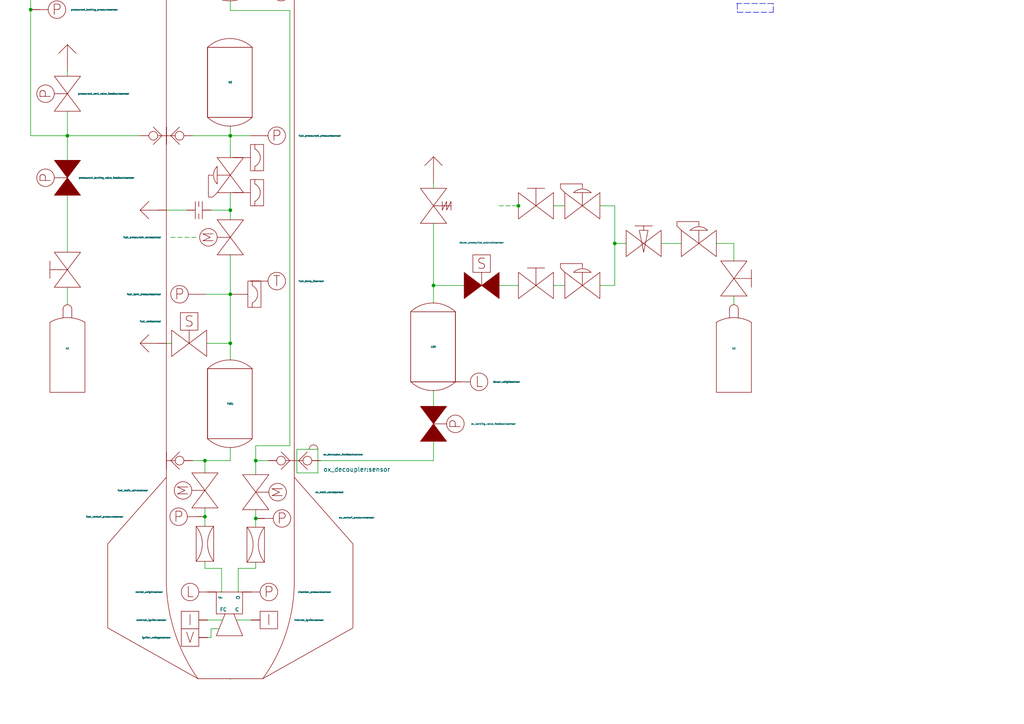
<source format=kicad_sch>
(kicad_sch (version 20231120) (generator "eeschema") (generator_version "8.0")
  (paper "A4")
  (lib_symbols
    (symbol "Label_1" (pin_names (offset 1.016))
      (property "Value" "Voltages" (at 0 0 0))
      (symbol "Label_1_0_0"
        (rectangle (start -12.319 3.556) (end 12.192 -3.556))
      )
    )
    (symbol "PnID-Lib:BurstDisc" (pin_numbers hide) (pin_names (offset 1.016))
      (property "Reference" "BurstDisc" (at 3.81 0.508 0))
      (symbol "BurstDisc_0_0"
        (rectangle (start -2.54 3.81) (end 1.27 -3.81))
        (arc (start -1.27 -2.54) (mid 0.2998 0) (end -1.27 2.54))
        (polyline (pts (xy -5.08 0) (xy -2.54 0)))
        (polyline (pts (xy -1.27 -3.81) (xy -1.27 -2.54)))
        (polyline (pts (xy -1.27 3.81) (xy -1.27 2.54)))
      )
      (symbol "BurstDisc_1_1"
        (pin bidirectional line (at -7.62 0 0) (length 2.54) (name "~") (number "~"))
      )
    )
    (symbol "PnID-Lib:Camera" (pin_names (offset 1.016))
      (property "Value" "Camera" (at 0 3.81 0))
      (symbol "Camera_0_1"
        (polyline (pts (xy 4.064 1.524) (xy 2.286 1.016)))
        (rectangle (start 2.286 2.286) (end -2.286 -2.286))
        (arc (start 4.064 -1.524) (mid 4.5823 0) (end 4.064 1.524))
      )
      (symbol "Camera_1_1"
        (polyline (pts (xy 2.286 -1.016) (xy 4.064 -1.524)))
      )
    )
    (symbol "PnID-Lib:CheckValve" (pin_numbers hide) (pin_names (offset 1.016))
      (property "Reference" "CheckValve" (at 0 -3.302 0))
      (symbol "CheckValve_0_0"
        (polyline (pts (xy 2.54 2.54) (xy 2.54 -2.54)))
        (polyline (pts (xy -2.54 2.54) (xy -2.54 -2.54) (xy 2.54 0) (xy -2.54 2.54)))
      )
      (symbol "CheckValve_1_1"
        (pin bidirectional line (at -2.54 0 0) (length 0) (name "~") (number "~"))
        (pin bidirectional line (at 2.54 0 180) (length 0) (name "~") (number "~"))
      )
    )
    (symbol "PnID-Lib:Engine" (pin_numbers hide) (pin_names (offset 1.016))
      (property "Reference" "Engine" (at 0 -11.43 0))
      (symbol "Engine_0_0"
        (rectangle (start -3.81 2.54) (end 3.81 -3.81))
        (polyline (pts (xy -1.27 -3.81) (xy -3.81 -10.16) (xy 3.81 -10.16) (xy 1.27 -3.81)))
      )
      (symbol "Engine_1_1"
        (pin bidirectional line (at 3.81 -2.54 180) (length 0) (name "C") (number "~"))
        (pin input line (at -2.54 2.54 270) (length 0) (name "F") (number "~"))
        (pin input line (at -3.81 -2.54 0) (length 0) (name "FC") (number "~"))
        (pin input line (at 2.54 2.54 270) (length 0) (name "O") (number "~"))
      )
    )
    (symbol "PnID-Lib:Flowchart_State" (pin_names (offset 1.016))
      (property "Value" "Flowchart_State" (at 0 0 0))
      (symbol "Flowchart_State_0_1"
        (rectangle (start -5.08 2.54) (end 5.08 -2.54))
      )
    )
    (symbol "PnID-Lib:GasBottle" (pin_numbers hide) (pin_names (offset 1.016))
      (property "Reference" "GasBottle" (at 0 -1.016 0))
      (symbol "GasBottle_0_0"
        (polyline (pts (xy -1.27 8.89) (xy -1.27 11.43)))
        (polyline (pts (xy 1.27 8.89) (xy 1.27 11.43)))
        (polyline (pts (xy -5.08 7.62) (xy -5.08 -12.7) (xy 5.08 -12.7) (xy 5.08 7.62)))
        (arc (start 1.27 11.43) (mid 0 12.7) (end -1.27 11.43))
        (arc (start 5.08 7.62) (mid 0 8.9691) (end -5.08 7.62))
      )
      (symbol "GasBottle_1_1"
        (pin output line (at 0 12.7 270) (length 0) (name "~") (number "~"))
      )
    )
    (symbol "PnID-Lib:LED" (pin_numbers hide) (pin_names (offset 1.016))
      (property "Reference" "LED_Ref" (at 2.286 0 0))
      (property "Value" "LED" (at 0 0 0))
      (symbol "LED_0_1"
        (polyline (pts (xy 1.27 -0.508) (xy -1.27 -0.508)))
        (arc (start 1.27 -0.508) (mid 0 0.762) (end -1.27 -0.508))
      )
    )
    (symbol "PnID-Lib:Label" (pin_names (offset 1.016))
      (property "Value" "Label" (at 0 0 0))
      (symbol "Label_0_0"
        (rectangle (start -12.319 3.556) (end 12.192 -3.556))
      )
    )
    (symbol "PnID-Lib:Motor" (pin_names (offset 1.016))
      (property "Value" "Motor" (at -0.127 -4.699 0))
      (symbol "Motor_1_1"
        (rectangle (start -2.54 -2.413) (end 2.54 2.667))
        (text "M" (at 0 0.127 0) (effects (font (size 2.9972 2.9972))))
      )
    )
    (symbol "PnID-Lib:Orifice" (pin_numbers hide) (pin_names (offset 1.016))
      (property "Reference" "Orifice" (at 0 -5.08 0))
      (symbol "Orifice_0_1"
        (polyline (pts (xy -1.016 2.54) (xy -1.016 -2.54)))
        (polyline (pts (xy 0 -2.54) (xy 0 -1.016)))
        (polyline (pts (xy 0 2.54) (xy 0 1.016)))
        (polyline (pts (xy 1.016 2.54) (xy 1.016 -2.54)))
      )
      (symbol "Orifice_1_1"
        (pin bidirectional line (at -3.556 0 0) (length 2.54) (name "~") (number "~"))
        (pin bidirectional line (at 3.556 0 180) (length 2.54) (name "~") (number "~"))
      )
    )
    (symbol "PnID-Lib:PressureRegulator" (pin_numbers hide) (pin_names (offset 1.016))
      (property "Reference" "PressureRegulator" (at 0 -5.08 0))
      (property "Value" "PressureRegulator" (at 0 -6.35 0))
      (symbol "PressureRegulator_0_0"
        (polyline (pts (xy -2.54 3.81) (xy 2.54 3.81)))
        (polyline (pts (xy 0 0) (xy 0 3.81)))
        (polyline (pts (xy -5.08 3.81) (xy -6.35 5.08) (xy -6.35 6.35) (xy 0 6.35) (xy 0 5.08)))
        (arc (start 2.54 3.81) (mid 0 4.8621) (end -2.54 3.81))
      )
      (symbol "PressureRegulator_1_1"
        (polyline (pts (xy 0 0) (xy -5.08 3.81) (xy -5.08 -3.81) (xy 0 0)))
        (polyline (pts (xy 5.08 3.81) (xy 0 0) (xy 5.08 -3.81) (xy 5.08 3.81)))
        (pin bidirectional line (at -5.08 0 0) (length 0) (name "~") (number "~"))
        (pin bidirectional line (at 5.08 0 180) (length 0) (name "~") (number "~"))
      )
    )
    (symbol "PnID-Lib:QuickConnect_Half" (pin_numbers hide) (pin_names (offset 1.016))
      (property "Reference" "QuickConnect" (at 0 -5.08 0))
      (property "Value" "QuickConnect_Half" (at 0 -7.62 0))
      (symbol "QuickConnect_Half_0_0"
        (circle (center -3.81 0) (radius 1.27))
        (polyline (pts (xy -1.27 0) (xy -3.81 -2.54)))
        (polyline (pts (xy -1.27 0) (xy -2.54 0)))
        (polyline (pts (xy 0 2.54) (xy 0 -2.54)))
        (polyline (pts (xy 0 0) (xy -1.27 0) (xy -3.81 2.54)))
      )
      (symbol "QuickConnect_Half_1_1"
        (pin bidirectional line (at -7.62 0 0) (length 2.54) (name "~") (number "~"))
      )
    )
    (symbol "PnID-Lib:Rocket_Big" (pin_names (offset 1.016))
      (property "Reference" "U" (at 0 17.526 0))
      (property "Value" "Rocket_Big" (at 0 -1.524 0))
      (symbol "Rocket_Big_0_1"
        (polyline (pts (xy -18.542 -282.702) (xy -18.542 -15.748)))
        (polyline (pts (xy 0 -309.88) (xy 9.398 -309.88)))
        (polyline (pts (xy 18.542 -282.702) (xy 18.542 -15.748)))
        (polyline (pts (xy 9.398 -309.88) (xy 35.56 -295.148) (xy 35.56 -270.764) (xy 18.542 -251.46)))
        (arc (start 18.542 -15.748) (mid 13.7941 13.2641) (end 0 39.37))
      )
      (symbol "Rocket_Big_1_1"
        (arc (start -18.542 -282.702) (mid -16.0339 -296.9921) (end -9.398 -309.88))
        (polyline (pts (xy -9.398 -309.88) (xy 0 -309.88)))
        (polyline (pts (xy -9.398 -309.88) (xy -35.56 -295.148) (xy -35.56 -270.764) (xy -18.542 -251.46)))
        (arc (start 0 39.37) (mid -13.6518 13.3198) (end -18.542 -15.748))
        (arc (start 9.398 -309.88) (mid 15.9522 -296.9648) (end 18.542 -282.702))
      )
    )
    (symbol "PnID-Lib:Rocket_Channel" (pin_names (offset 1.016))
      (property "Reference" "R" (at 0 1.27 0))
      (property "Value" "Rocket_Channel" (at 10.414 1.27 0))
      (property "Unit" " " (at 0 0 0))
      (property "Action_Reference" " " (at 0 0 0))
      (property "Data_Content" " " (at 0 0 0))
      (symbol "Rocket_Channel_0_1"
        (arc (start -1.27 -1.778) (mid -1.166 -3.0783) (end -0.762 -4.318))
        (polyline (pts (xy -1.27 4.572) (xy -1.27 -1.778)))
        (polyline (pts (xy 0.762 -4.318) (xy -0.762 -4.318)))
        (polyline (pts (xy 1.27 4.572) (xy 1.27 -1.778)))
        (polyline (pts (xy 0.762 -4.318) (xy 2.54 -3.048) (xy 2.54 -1.016) (xy 1.27 0)))
        (arc (start 0 8.382) (mid -0.9522 6.5827) (end -1.27 4.572))
      )
      (symbol "Rocket_Channel_1_1"
        (polyline (pts (xy -0.762 -4.318) (xy -2.54 -3.048) (xy -2.54 -1.016) (xy -1.27 0)))
        (arc (start 0.762 -4.318) (mid 1.1615 -3.0774) (end 1.27 -1.778))
        (arc (start 1.27 4.572) (mid 0.9522 6.5827) (end 0 8.382))
      )
    )
    (symbol "PnID-Lib:Sensor_Load" (pin_numbers hide) (pin_names (offset 1.016))
      (property "Reference" "Sensor_Load" (at 6.35 0.762 0))
      (property "Value" "Sensor_Load" (at 6.35 -0.762 0))
      (property "Data_Content" " " (at 0 0 0))
      (symbol "Sensor_Load_0_0"
        (polyline (pts (xy -5.08 0) (xy -2.54 0)))
        (circle (center 0 0) (radius 2.54))
        (text "L" (at 0 0 0) (effects (font (size 2.9972 2.9972))))
      )
      (symbol "Sensor_Load_1_1"
        (pin bidirectional line (at -7.62 0 0) (length 2.54) (name "~") (number "~"))
      )
    )
    (symbol "PnID-Lib:Sensor_Pressure" (pin_numbers hide) (pin_names (offset 1.016))
      (property "Reference" "Sensor_Pressure" (at 6.35 0.762 0))
      (property "Value" "Sensor_Pressure" (at 6.35 -0.762 0))
      (property "Data_Content" " " (at 0 0 0))
      (symbol "Sensor_Pressure_0_0"
        (polyline (pts (xy -5.08 0) (xy -2.54 0)))
        (circle (center 0 0) (radius 2.54))
        (text "P" (at 0 0 0) (effects (font (size 2.9972 2.9972))))
      )
      (symbol "Sensor_Pressure_1_1"
        (pin bidirectional line (at -7.62 0 0) (length 2.54) (name "~") (number "~"))
      )
    )
    (symbol "PnID-Lib:Sensor_Temperature" (pin_numbers hide) (pin_names (offset 1.016))
      (property "Reference" "Sensor_Temperature" (at 7.112 0.762 0))
      (property "Value" "Sensor_Temperature" (at 7.112 -0.762 0))
      (symbol "Sensor_Temperature_0_0"
        (polyline (pts (xy -5.08 0) (xy -2.54 0)))
        (text "T" (at 0 0 0) (effects (font (size 2.9972 2.9972))))
      )
      (symbol "Sensor_Temperature_0_1"
        (circle (center 0 0) (radius 2.54))
      )
      (symbol "Sensor_Temperature_1_1"
        (pin bidirectional line (at -7.62 0 0) (length 2.54) (name "~") (number "~"))
      )
    )
    (symbol "PnID-Lib:Tank_Slim" (pin_numbers hide) (pin_names (offset 1.016))
      (property "Reference" "Tank_Slim" (at 0 1.27 0))
      (property "Value" "Tank_Slim" (at 0 -1.27 0))
      (symbol "Tank_Slim_0_0"
        (polyline (pts (xy 6.35 10.16) (xy 6.35 -10.16)))
      )
      (symbol "Tank_Slim_0_1"
        (rectangle (start -6.604 -10.16) (end 6.35 10.16))
        (polyline (pts (xy -6.604 10.16) (xy -6.604 -10.16)))
        (polyline (pts (xy -6.35 -10.16) (xy 6.35 -10.16)))
        (polyline (pts (xy -6.35 10.16) (xy 6.35 10.16)))
        (arc (start 6.35 10.16) (mid -0.127 12.7008) (end -6.604 10.16))
      )
      (symbol "Tank_Slim_1_1"
        (arc (start -6.604 -10.16) (mid -0.127 -12.7008) (end 6.35 -10.16))
        (pin bidirectional line (at 0 -12.7 90) (length 0) (name "~") (number "~"))
        (pin bidirectional line (at 0 12.7 270) (length 0) (name "~") (number "~"))
      )
    )
    (symbol "PnID-Lib:Valve_Manual" (pin_numbers hide) (pin_names (offset 1.016))
      (property "Reference" "Valve_Manual" (at 0 -5.08 0))
      (symbol "Valve_Manual_0_0"
        (polyline (pts (xy -2.54 5.08) (xy 2.54 5.08)))
        (polyline (pts (xy 0 0) (xy 0 5.08)))
      )
      (symbol "Valve_Manual_1_1"
        (polyline (pts (xy 0 0) (xy -5.08 3.81) (xy -5.08 -3.81) (xy 0 0)))
        (polyline (pts (xy 5.08 3.81) (xy 0 0) (xy 5.08 -3.81) (xy 5.08 3.81)))
        (pin bidirectional line (at -5.08 0 0) (length 0) (name "~") (number "~"))
        (pin bidirectional line (at 5.08 0 180) (length 0) (name "~") (number "~"))
      )
    )
    (symbol "PnID-Lib:Valve_Needle" (pin_numbers hide) (pin_names (offset 1.016))
      (property "Reference" "Valve_Needle" (at 0 -5.08 0))
      (symbol "Valve_Needle_0_0"
        (polyline (pts (xy -2.54 5.08) (xy 2.54 5.08)))
        (polyline (pts (xy 0 3.81) (xy 0 5.08)))
        (polyline (pts (xy 0 -2.54) (xy -1.27 3.81) (xy 1.27 3.81) (xy 0 -2.54)))
      )
      (symbol "Valve_Needle_1_1"
        (polyline (pts (xy 0 0) (xy -5.08 3.81) (xy -5.08 -3.81) (xy 0 0)))
        (polyline (pts (xy 5.08 3.81) (xy 0 0) (xy 5.08 -3.81) (xy 5.08 3.81)))
        (pin bidirectional line (at -5.08 0 0) (length 0) (name "~") (number "~"))
        (pin bidirectional line (at 5.08 0 180) (length 0) (name "~") (number "~"))
      )
    )
    (symbol "PnID-Lib:Valve_OverPressure" (pin_numbers hide) (pin_names (offset 1.016))
      (property "Reference" "Valve_OverPressure" (at 0 -4.572 0))
      (symbol "Valve_OverPressure_0_0"
        (polyline (pts (xy 0 0) (xy 0 5.08)))
        (polyline (pts (xy -1.27 2.54) (xy 1.27 2.54) (xy -1.27 3.81) (xy 1.27 3.81) (xy -1.27 5.08) (xy 1.27 5.08)))
      )
      (symbol "Valve_OverPressure_1_1"
        (polyline (pts (xy 0 0) (xy -5.08 3.81) (xy -5.08 -3.81) (xy 0 0)))
        (polyline (pts (xy 5.08 3.81) (xy 0 0) (xy 5.08 -3.81) (xy 5.08 3.81)))
        (pin bidirectional line (at -5.08 0 0) (length 0) (name "~") (number "~"))
        (pin bidirectional line (at 5.08 0 180) (length 0) (name "~") (number "~"))
      )
    )
    (symbol "PnID-Lib:Valve_Pneumatic_NO" (pin_numbers hide) (pin_names (offset 1.016))
      (property "Reference" "Valve_Pneumatic" (at 0 -4.318 0))
      (property "Value" "Valve_Pneumatic_NO" (at 0 -5.588 0))
      (symbol "Valve_Pneumatic_NO_0_0"
        (polyline (pts (xy 0 0) (xy 0 3.81)))
        (circle (center 0 6.35) (radius 2.54))
        (text "P" (at 0 6.35 0) (effects (font (size 2.9972 2.9972))))
      )
      (symbol "Valve_Pneumatic_NO_1_1"
        (polyline (pts (xy 0 0) (xy -5.08 3.81) (xy -5.08 -3.81) (xy 0 0)))
        (polyline (pts (xy 5.08 3.81) (xy 0 0) (xy 5.08 -3.81) (xy 5.08 3.81)))
        (pin bidirectional line (at -5.08 0 0) (length 0) (name "~") (number "~"))
        (pin bidirectional line (at 5.08 0 180) (length 0) (name "~") (number "~"))
      )
    )
    (symbol "PnID-Lib:Valve_Servo" (pin_numbers hide) (pin_names (offset 1.016))
      (property "Reference" "Valve_Servo" (at 0 -4.064 0))
      (property "Value" "Valve_Servo" (at 0 -5.334 0))
      (symbol "Valve_Servo_0_0"
        (polyline (pts (xy 0 0) (xy 0 3.81)))
        (circle (center 0 6.35) (radius 2.54))
        (text "M" (at 0 6.35 0) (effects (font (size 2.9972 2.9972))))
      )
      (symbol "Valve_Servo_0_1"
        (polyline (pts (xy 0 0) (xy -5.08 3.81) (xy -5.08 -3.81) (xy 0 0)))
      )
      (symbol "Valve_Servo_1_1"
        (polyline (pts (xy 5.08 3.81) (xy 0 0) (xy 5.08 -3.81) (xy 5.08 3.81)))
        (pin bidirectional line (at -5.08 0 0) (length 0) (name "~") (number "~"))
        (pin bidirectional line (at 5.08 0 180) (length 0) (name "~") (number "~"))
      )
    )
    (symbol "PnID-Lib:Valve_Solenoid_NC" (pin_numbers hide) (pin_names (offset 1.016))
      (property "Reference" "Valve_Solenoid" (at 0.254 -4.318 0))
      (property "Value" "Valve_Solenoid_NC" (at 0.254 -5.588 0))
      (symbol "Valve_Solenoid_NC_0_0"
        (rectangle (start -2.54 3.81) (end 2.54 8.89))
        (text "S" (at 0 6.35 0) (effects (font (size 2.9972 2.9972))))
      )
      (symbol "Valve_Solenoid_NC_0_1"
        (polyline (pts (xy 0 3.81) (xy 0 0)))
      )
      (symbol "Valve_Solenoid_NC_1_1"
        (polyline (pts (xy 0 0) (xy -5.08 3.81) (xy -5.08 -3.81) (xy 0 0)) (fill (type outline)))
        (polyline (pts (xy 5.08 3.81) (xy 0 0) (xy 5.08 -3.81) (xy 5.08 3.81)) (fill (type outline)))
        (pin bidirectional line (at -5.08 0 0) (length 0) (name "~") (number "~"))
        (pin bidirectional line (at 5.08 0 180) (length 0) (name "~") (number "~"))
      )
    )
    (symbol "PnID-Lib:Valve_Solenoid_NO" (pin_numbers hide) (pin_names (offset 1.016))
      (property "Reference" "Valve_Solenoid" (at 0.254 -4.318 0))
      (property "Value" "Valve_Solenoid_NO" (at 0.254 -5.588 0))
      (symbol "Valve_Solenoid_NO_0_0"
        (rectangle (start -2.54 3.81) (end 2.54 8.89))
        (text "S" (at 0 6.35 0) (effects (font (size 2.9972 2.9972))))
      )
      (symbol "Valve_Solenoid_NO_0_1"
        (polyline (pts (xy 0 3.81) (xy 0 0)))
      )
      (symbol "Valve_Solenoid_NO_1_1"
        (polyline (pts (xy 0 0) (xy -5.08 3.81) (xy -5.08 -3.81) (xy 0 0)))
        (polyline (pts (xy 5.08 3.81) (xy 0 0) (xy 5.08 -3.81) (xy 5.08 3.81)))
        (pin bidirectional line (at -5.08 0 0) (length 0) (name "~") (number "~"))
        (pin bidirectional line (at 5.08 0 180) (length 0) (name "~") (number "~"))
      )
    )
    (symbol "PnID-Lib:Vent" (pin_numbers hide) (pin_names (offset 1.016))
      (property "Reference" "Vent" (at 2.54 1.27 0))
      (symbol "Vent_0_0"
        (polyline (pts (xy 0 0) (xy -5.08 0)))
        (polyline (pts (xy -2.54 2.54) (xy 0 0) (xy -2.54 -2.54)))
      )
      (symbol "Vent_1_1"
        (pin bidirectional line (at -7.62 0 0) (length 2.54) (name "~") (number "~"))
      )
    )
    (symbol "PnID-Lib:Venturi" (pin_numbers hide) (pin_names (offset 1.016))
      (property "Reference" "Venturi" (at 0 -5.08 0))
      (symbol "Venturi_0_0"
        (rectangle (start -5.08 2.54) (end 5.08 -2.54))
        (arc (start -5.08 2.54) (mid 0 0.758) (end 5.08 2.54))
        (arc (start 5.08 -2.54) (mid 0 -0.758) (end -5.08 -2.54))
      )
      (symbol "Venturi_1_1"
        (pin bidirectional line (at -5.08 0 0) (length 0) (name "~") (number "~"))
        (pin bidirectional line (at 5.08 0 180) (length 0) (name "~") (number "~"))
      )
    )
    (symbol "PnID-Lib:heater" (pin_names (offset 1.016))
      (property "Value" "heater" (at -5.08 0 0))
      (symbol "heater_0_0"
        (text "H" (at 0 0 0) (effects (font (size 2.9972 2.9972))))
      )
      (symbol "heater_0_1"
        (rectangle (start -2.54 2.54) (end 2.54 -2.54))
      )
      (symbol "heater_1_1"
        (pin input line (at 5.08 0 180) (length 2.54) (name "~") (number "~"))
      )
    )
    (symbol "PnID-Lib:igniter" (pin_names (offset 1.016))
      (property "Value" "igniter" (at -5.08 0 0))
      (symbol "igniter_0_0"
        (text "I" (at 0 0 0) (effects (font (size 2.9972 2.9972))))
      )
      (symbol "igniter_0_1"
        (rectangle (start -2.54 2.54) (end 2.54 -2.54))
      )
      (symbol "igniter_1_1"
        (pin input line (at 5.08 0 180) (length 2.54) (name "~") (number "~"))
      )
    )
    (symbol "PnID-Lib:voltmeter" (pin_names (offset 1.016))
      (property "Value" "voltmeter" (at -5.08 0 0))
      (symbol "voltmeter_0_0"
        (text "V" (at 0 0 0) (effects (font (size 2.9972 2.9972))))
      )
      (symbol "voltmeter_0_1"
        (rectangle (start -2.54 2.54) (end 2.54 -2.54))
      )
      (symbol "voltmeter_1_1"
        (pin input line (at 5.08 0 180) (length 2.54) (name "~") (number "~"))
      )
    )
    (symbol "Valve_Pneumatic_1" (pin_numbers hide) (pin_names (offset 1.016))
      (property "Reference" "Valve_Pneumatic" (at 0 -4.318 0))
      (property "Value" "Valve_Pneumatic" (at 0 -5.588 0))
      (symbol "Valve_Pneumatic_1_0_0"
        (polyline (pts (xy 0 0) (xy 0 3.81)))
        (circle (center 0 6.35) (radius 2.54))
        (text "P" (at 0 6.35 0) (effects (font (size 2.9972 2.9972))))
      )
      (symbol "Valve_Pneumatic_1_1_1"
        (polyline (pts (xy 0 0) (xy -5.08 3.81) (xy -5.08 -3.81) (xy 0 0)) (fill (type outline)))
        (polyline (pts (xy 5.08 3.81) (xy 0 0) (xy 5.08 -3.81) (xy 5.08 3.81)) (fill (type outline)))
        (pin bidirectional line (at -5.08 0 0) (length 0) (name "~") (number "~"))
        (pin bidirectional line (at 5.08 0 180) (length 0) (name "~") (number "~"))
      )
    )
  )
  (junction (at 66.802 39.37))
  (junction (at 66.802 99.568))
  (junction (at 66.802 -30.734))
  (junction (at 59.436 149.86))
  (junction (at 125.73 82.804))
  (junction (at 66.802 -44.196))
  (junction (at 74.168 150.368))
  (junction (at 66.802 -89.916))
  (junction (at 8.89 2.794))
  (junction (at 59.436 133.604))
  (junction (at 66.802 -68.58))
  (junction (at 66.802 85.344))
  (junction (at 19.558 39.37))
  (junction (at 74.168 133.604))
  (junction (at 150.368 59.69))
  (junction (at 178.308 70.612))
  (junction (at 66.802 60.96))
  (wire (pts (xy 66.802 133.604) (xy 66.802 129.794)))
  (wire (pts (xy 66.802 73.914) (xy 66.802 85.344)))
  (wire (pts (xy 66.802 -30.734) (xy 66.802 -25.146)))
  (wire (pts (xy 207.772 70.612) (xy 212.852 70.612)))
  (wire (pts (xy 191.77 70.612) (xy 197.612 70.612)))
  (wire (pts (xy 61.214 182.372) (xy 63.5 182.372)))
  (wire (pts (xy 19.558 83.312) (xy 19.558 88.392)))
  (wire (pts (xy 66.802 36.576) (xy 66.802 39.37)))
  (wire (pts (xy 48.26 99.568) (xy 49.784 99.568)))
  (wire (pts (xy 64.262 171.704) (xy 64.008 171.704)))
  (wire (pts (xy 61.214 60.96) (xy 66.802 60.96)))
  (wire (pts (xy 59.69 85.344) (xy 66.802 85.344)))
  (wire (pts (xy 125.73 64.77) (xy 125.73 82.804)))
  (wire (pts (xy 148.59 59.69) (xy 150.368 59.69)))
  (wire (pts (xy 61.214 184.912) (xy 61.214 182.372)))
  (wire (pts (xy 84.074 129.286) (xy 74.168 129.286)))
  (wire (pts (xy 86.106 130.302) (xy 92.202 130.302)))
  (wire (pts (xy 76.708 -60.706) (xy 77.978 -60.706)))
  (wire (pts (xy 178.308 82.804) (xy 173.99 82.804)))
  (wire (pts (xy 19.558 56.642) (xy 19.558 73.152)))
  (wire (pts (xy 60.198 179.832) (xy 64.516 179.832)))
  (polyline (pts (xy 224.282 3.556) (xy 224.282 1.016)) (stroke (width 0) (type dash)))
  (wire (pts (xy 19.558 39.37) (xy 40.64 39.37)))
  (wire (pts (xy 73.152 -22.606) (xy 73.914 -22.606)))
  (wire (pts (xy 74.168 147.828) (xy 74.168 150.368)))
  (wire (pts (xy 48.26 60.96) (xy 54.102 60.96)))
  (wire (pts (xy 125.73 53.086) (xy 125.73 54.61)))
  (wire (pts (xy 212.852 70.612) (xy 212.852 75.692)))
  (wire (pts (xy 144.78 59.69) (xy 146.05 59.69)))
  (polyline (pts (xy 213.868 1.016) (xy 213.868 3.556)) (stroke (width 0) (type dash)))
  (wire (pts (xy 59.436 164.846) (xy 64.262 164.846)))
  (wire (pts (xy 66.802 85.344) (xy 66.802 99.568)))
  (wire (pts (xy 178.308 70.612) (xy 178.308 82.804)))
  (wire (pts (xy 73.152 -2.286) (xy 73.914 -2.286)))
  (wire (pts (xy 80.772 -60.706) (xy 82.042 -60.706)))
  (wire (pts (xy 55.88 -89.916) (xy 66.802 -89.916)))
  (wire (pts (xy 66.802 -73.66) (xy 66.802 -68.58)))
  (wire (pts (xy 72.644 39.37) (xy 66.802 39.37)))
  (wire (pts (xy 59.436 162.814) (xy 59.436 164.846)))
  (wire (pts (xy 61.214 -68.58) (xy 66.802 -68.58)))
  (wire (pts (xy 54.102 -68.58) (xy 48.26 -68.58)))
  (wire (pts (xy 66.802 -30.734) (xy 73.66 -30.734)))
  (wire (pts (xy 66.802 196.85) (xy 66.802 197.104)))
  (wire (pts (xy 125.73 82.804) (xy 134.62 82.804)))
  (wire (pts (xy 69.088 164.846) (xy 74.168 164.846)))
  (wire (pts (xy 8.89 2.794) (xy 8.89 39.37)))
  (wire (pts (xy 66.802 99.568) (xy 66.802 104.394)))
  (wire (pts (xy 212.852 85.852) (xy 212.852 88.392)))
  (wire (pts (xy 66.802 55.88) (xy 66.802 60.96)))
  (wire (pts (xy 78.74 -60.706) (xy 80.01 -60.706)))
  (wire (pts (xy 69.088 164.846) (xy 69.088 171.704)))
  (wire (pts (xy 60.198 184.912) (xy 61.214 184.912)))
  (wire (pts (xy 86.106 137.16) (xy 86.106 130.302)))
  (wire (pts (xy 74.168 150.368) (xy 74.168 152.908)))
  (wire (pts (xy 125.73 128.016) (xy 125.73 133.604)))
  (wire (pts (xy 66.802 -46.736) (xy 66.802 -44.196)))
  (wire (pts (xy 66.802 39.37) (xy 66.802 45.72)))
  (wire (pts (xy 92.202 137.16) (xy 86.106 137.16)))
  (wire (pts (xy 66.802 -89.916) (xy 66.802 -83.82)))
  (wire (pts (xy 66.802 -92.71) (xy 66.802 -89.916)))
  (wire (pts (xy 163.83 59.69) (xy 160.528 59.69)))
  (wire (pts (xy 51.562 68.834) (xy 52.832 68.834)))
  (wire (pts (xy 59.436 133.604) (xy 59.436 137.16)))
  (wire (pts (xy 74.168 163.068) (xy 74.168 164.846)))
  (wire (pts (xy 178.308 59.69) (xy 178.308 70.612)))
  (polyline (pts (xy 213.868 3.556) (xy 224.282 3.556)) (stroke (width 0) (type dash)))
  (wire (pts (xy 92.202 130.302) (xy 92.202 137.16)))
  (wire (pts (xy 59.436 147.32) (xy 59.436 149.86)))
  (wire (pts (xy 19.558 20.574) (xy 19.558 22.098)))
  (wire (pts (xy 73.914 -89.916) (xy 66.802 -89.916)))
  (wire (pts (xy 150.368 59.69) (xy 150.495 59.69)))
  (wire (pts (xy 59.69 -44.196) (xy 66.802 -44.196)))
  (wire (pts (xy 150.368 82.804) (xy 144.78 82.804)))
  (wire (pts (xy 8.89 -89.916) (xy 40.64 -89.916)))
  (wire (pts (xy 19.558 39.37) (xy 19.558 46.482)))
  (wire (pts (xy 68.58 179.832) (xy 72.898 179.832)))
  (wire (pts (xy 84.074 3.048) (xy 66.802 3.048)))
  (wire (pts (xy 66.802 133.604) (xy 59.436 133.604)))
  (wire (pts (xy 83.82 -30.734) (xy 85.344 -30.734)))
  (wire (pts (xy 74.168 129.286) (xy 74.168 133.604)))
  (wire (pts (xy 55.88 39.37) (xy 66.802 39.37)))
  (wire (pts (xy 55.88 133.604) (xy 59.436 133.604)))
  (wire (pts (xy 8.89 39.37) (xy 19.558 39.37)))
  (wire (pts (xy 64.262 164.846) (xy 64.262 171.704)))
  (polyline (pts (xy 224.282 1.016) (xy 213.614 1.016)) (stroke (width 0) (type dash)))
  (wire (pts (xy 55.626 68.834) (xy 56.896 68.834)))
  (wire (pts (xy 74.168 133.604) (xy 77.724 133.604)))
  (wire (pts (xy 125.73 113.284) (xy 125.73 117.856)))
  (wire (pts (xy 66.802 0.254) (xy 66.802 3.048)))
  (wire (pts (xy 66.802 -68.58) (xy 66.802 -65.786)))
  (wire (pts (xy 178.308 70.612) (xy 181.61 70.612)))
  (wire (pts (xy 59.436 149.86) (xy 59.436 152.654)))
  (wire (pts (xy 125.73 133.604) (xy 92.964 133.604)))
  (wire (pts (xy 74.168 133.604) (xy 74.168 137.668)))
  (wire (pts (xy 49.53 68.834) (xy 50.8 68.834)))
  (wire (pts (xy 19.558 32.258) (xy 19.558 39.37)))
  (wire (pts (xy 125.73 82.804) (xy 125.73 87.884)))
  (wire (pts (xy 173.99 59.69) (xy 178.308 59.69)))
  (wire (pts (xy 146.685 59.69) (xy 147.955 59.69)))
  (wire (pts (xy 66.802 -44.196) (xy 66.802 -30.734)))
  (wire (pts (xy 59.944 99.568) (xy 66.802 99.568)))
  (wire (pts (xy 66.802 60.96) (xy 66.802 63.754)))
  (wire (pts (xy 53.594 68.834) (xy 54.864 68.834)))
  (wire (pts (xy 84.074 3.048) (xy 84.074 129.286)))
  (wire (pts (xy 66.802 -55.626) (xy 66.802 -51.816)))
  (wire (pts (xy 163.83 82.804) (xy 160.528 82.804)))
  (wire (pts (xy 82.804 -60.706) (xy 84.074 -60.706)))
  (wire (pts (xy 8.89 -89.916) (xy 8.89 2.794)))
  (symbol (lib_id "PnID-Lib:Engine") (at 66.548 174.244 0) (unit 1)
    (property "Reference" "engine" (effects (hide yes)))
    (property "Value" "engine" (effects (hide yes)))
    (property "Action_Reference" " " (effects (hide yes)))
  )
  (symbol (lib_id "PnID-Lib:Sensor_Pressure") (at 77.978 171.704 0) (unit 1)
    (property "Reference" "chamber_pressure" (effects (hide yes)))
    (property "Value" "chamber_pressure:sensor" (at 86.36 171.704 0) (effects (font (size 0.508 0.508)) (justify left)))
    (property "Unit" "bar" (effects (hide yes)))
    (property "Action_Reference" " " (effects (hide yes)))
    (property "Data_Content" " " (at 75.2348 176.0982 0))
  )
  (symbol (lib_id "PnID-Lib:QuickConnect_Half") (at 85.344 133.604 0) (unit 1)
    (property "Reference" "ox_quick_connect" (effects (hide yes)))
    (property "Value" "ox_quick_connect" (effects (hide yes)))
  )
  (symbol (lib_name "PnID-Lib:Venturi") (lib_id "PnID-Lib:Venturi") (at 74.168 157.988 270) (unit 1)
    (property "Reference" "ox_venturi" (effects (hide yes)))
    (property "Value" "ox_venturi:sensor" (effects (hide yes)))
    (property "Unit" "%" (effects (hide yes)))
  )
  (symbol (lib_id "PnID-Lib:Valve_Solenoid_NC") (at 139.7 82.804 0) (unit 1)
    (property "Reference" "dewar_pressurize_solenoid" (effects (hide yes)))
    (property "Value" "dewar_pressurize_solenoid:sensor" (at 139.7 70.358 0) (effects (font (size 0.508 0.508))))
    (property "Unit" "%" (effects (hide yes)))
    (property "Action_Reference" " " (effects (hide yes)))
  )
  (symbol (lib_id "PnID-Lib:Valve_OverPressure") (at 125.73 59.69 270) (unit 1)
    (property "Reference" "DewarOverPressureValve?" (effects (hide yes)))
    (property "Value" "DewarOverPressureValve" (effects (hide yes)))
    (property "Action_Reference" " " (effects (hide yes)))
  )
  (symbol (lib_name "PnID-Lib:Tank_Slim") (lib_id "PnID-Lib:Tank_Slim") (at 125.73 100.584 0) (unit 1)
    (property "Reference" "LOX" (at 125.73 100.584 0) (effects (font (size 0.508 0.508))))
    (property "Value" "LOX" (effects (hide yes)))
    (property "Unit" "%" (effects (hide yes)))
    (property "Action_Reference" " " (effects (hide yes)))
    (property "Data_Content" " " (effects (hide yes)))
  )
  (symbol (lib_id "PnID-Lib:QuickConnect_Half") (at 85.344 133.604 180) (unit 1)
    (property "Reference" "ox_decoupler" (effects (hide yes)))
    (property "Value" "ox_decoupler:sensor" (at 93.726 136.144 0) (effects (justify right)))
  )
  (symbol (lib_id "PnID-Lib:Vent") (at 125.73 45.466 90) (unit 1)
    (property "Reference" "Vent?" (effects (hide yes)))
    (property "Value" "Vent" (effects (hide yes)))
  )
  (symbol (lib_id "PnID-Lib:Sensor_Load") (at 55.118 171.704 180) (unit 1)
    (property "Reference" "thrust" (effects (hide yes)))
    (property "Value" "rocket_weight:sensor" (at 47.244 171.704 0) (effects (font (size 0.508 0.508)) (justify left)))
    (property "Unit" "kg" (effects (hide yes)))
    (property "Action_Reference" " " (effects (hide yes)))
    (property "Data_Content" " " (at 57.8612 167.3098 0))
  )
  (symbol (lib_id "PnID-Lib:Valve_Needle") (at 186.69 70.612 0) (mirror y) (unit 1)
    (property "Reference" "dewar_needle_valve?" (effects (hide yes)))
    (property "Value" "dewar_needle_valve" (effects (hide yes)))
    (property "Action_Reference" " " (effects (hide yes)))
  )
  (symbol (lib_name "PnID-Lib:PressureRegulator") (lib_id "PnID-Lib:PressureRegulator") (at 202.692 70.612 0) (unit 1)
    (property "Reference" "C1" (effects (hide yes)))
    (property "Value" "bottle_pressure_regulator" (effects (hide yes)))
  )
  (symbol (lib_id "PnID-Lib:GasBottle") (at 212.852 101.092 0) (unit 1)
    (property "Reference" "N2" (at 212.852 101.092 0) (effects (font (size 0.508 0.508))))
    (property "Value" "N2" (effects (hide yes)))
  )
  (symbol (lib_name "PnID-Lib:Valve_Manual") (lib_id "PnID-Lib:Valve_Manual") (at 212.852 80.772 270) (unit 1)
    (property "Reference" "dewar_manual_valve?" (effects (hide yes)))
    (property "Value" "dewar_manual_valve" (effects (hide yes)))
    (property "Action_Reference" " " (effects (hide yes)))
  )
  (symbol (lib_name "Valve_Pneumatic_1") (lib_id "PnID-Lib:Valve_Pneumatic") (at 19.558 51.562 90) (mirror x) (unit 1)
    (property "Reference" "pressurant_tanking_valve_(A1)" (effects (hide yes)))
    (property "Value" "pressurant_tanking_valve_feedback:sensor" (at 22.86 51.562 90) (effects (font (size 0.508 0.508)) (justify right)))
    (property "Unit" "%" (effects (hide yes)))
    (property "Action_Reference" " " (effects (hide yes)))
  )
  (symbol (lib_id "PnID-Lib:igniter") (at 55.118 179.832 0) (unit 1)
    (property "Reference" "igniter1" (effects (hide yes)))
    (property "Value" "external_igniter:sensor" (at 48.26 179.832 0) (effects (font (size 0.508 0.508)) (justify right)))
    (property "Unit" "Ohm" (effects (hide yes)))
  )
  (symbol (lib_id "PnID-Lib:Vent") (at 40.64 99.568 180) (unit 1)
    (property "Reference" "Vent2" (effects (hide yes)))
    (property "Value" "Vent" (effects (hide yes)))
  )
  (symbol (lib_id "PnID-Lib:QuickConnect_Half") (at 48.26 -89.916 180) (unit 1)
    (property "Reference" "ox_quick_connect3" (effects (hide yes)))
    (property "Value" "ox_quick_connect" (effects (hide yes)))
  )
  (symbol (lib_name "PnID-Lib:PressureRegulator") (lib_id "PnID-Lib:PressureRegulator") (at 66.802 -78.74 90) (unit 1)
    (property "Reference" "pressurantPressureRegulator2" (effects (hide yes)))
    (property "Value" "pressurantPressureRegulator" (effects (hide yes)))
  )
  (symbol (lib_id "PnID-Lib:QuickConnect_Half") (at 48.26 39.37 0) (unit 1)
    (property "Reference" "ox_quick_connect2" (effects (hide yes)))
    (property "Value" "ox_quick_connect" (effects (hide yes)))
  )
  (symbol (lib_id "PnID-Lib:igniter") (at 77.978 179.832 180) (unit 1)
    (property "Reference" "igniter2" (effects (hide yes)))
    (property "Value" "internal_igniter:sensor" (at 85.344 179.832 0) (effects (font (size 0.508 0.508)) (justify right)))
    (property "Unit" "Ohm" (effects (hide yes)))
  )
  (symbol (lib_id "PnID-Lib:Flowchart_State") (at 96.774 -99.568 0) (unit 1)
    (property "Reference" "Ox" (at 96.774 -99.568 0))
    (property "Value" "ox_rocket:sensor" (at 103.378 -99.568 0) (effects (justify left)))
  )
  (symbol (lib_id "PnID-Lib:BurstDisc") (at 75.184 -73.66 0) (unit 1)
    (property "Reference" "BurstDisc2" (effects (hide yes)))
    (property "Value" "BurstDisc" (effects (hide yes)))
  )
  (symbol (lib_id "PnID-Lib:Motor") (at 94.234 -132.334 0) (unit 1)
    (property "Reference" "Motor1" (effects (hide yes)))
    (property "Value" "strongback:sensor" (at 98.044 -132.4611 0) (effects (justify left)))
  )
  (symbol (lib_id "PnID-Lib:Sensor_Load") (at 138.938 110.744 0) (unit 1)
    (property "Reference" "dewar_weight" (effects (hide yes)))
    (property "Value" "dewar_weight:sensor" (at 143.002 110.744 0) (effects (font (size 0.508 0.508)) (justify left)))
    (property "Unit" "kg" (effects (hide yes)))
    (property "Action_Reference" " " (effects (hide yes)))
    (property "Data_Content" " " (at 136.1948 115.1382 0))
  )
  (symbol (lib_id "PnID-Lib:Sensor_Pressure") (at 52.07 -44.196 180) (unit 1)
    (property "Reference" "ox_tank_pressure" (effects (hide yes)))
    (property "Value" "ox_tank_pressure:sensor" (at 46.736 -44.196 0) (effects (font (size 0.508 0.508)) (justify left)))
    (property "Unit" "bar" (effects (hide yes)))
    (property "Action_Reference" " " (effects (hide yes)))
    (property "Data_Content" " " (effects (hide yes)))
  )
  (symbol (lib_id "PnID-Lib:Rocket_Big") (at 66.802 -113.03 0) (mirror y) (unit 1)
    (property "Reference" "U1" (effects (hide yes)))
    (property "Value" "Rocket_Big" (effects (hide yes)))
  )
  (symbol (lib_name "Valve_Pneumatic_1") (lib_id "PnID-Lib:Valve_Pneumatic") (at 125.73 122.936 270) (mirror x) (unit 1)
    (property "Reference" "ox_tanking_valve" (effects (hide yes)))
    (property "Value" "ox_tanking_valve_feedback:sensor" (at 136.652 122.936 90) (effects (font (size 0.508 0.508)) (justify left)))
    (property "Unit" "%" (effects (hide yes)))
    (property "Action_Reference" " " (effects (hide yes)))
  )
  (symbol (lib_name "PnID-Lib:Tank_Slim") (lib_id "PnID-Lib:Tank_Slim") (at 66.802 -105.41 0) (unit 1)
    (property "Reference" "N2" (at 66.802 -105.41 0) (effects (font (size 0.508 0.508))))
    (property "Value" "N2" (effects (hide yes)))
    (property "Unit" "%" (effects (hide yes)))
    (property "Action_Reference" " " (effects (hide yes)))
    (property "Data_Content" " " (effects (hide yes)))
  )
  (symbol (lib_id "PnID-Lib:Camera") (at 58.166 -127.254 0) (mirror y) (unit 1)
    (property "Reference" "C7" (effects (hide yes)))
    (property "Value" "Camera" (at 53.848 -121.92 0) (effects (justify right)))
  )
  (symbol (lib_id "PnID-Lib:Label") (at 26.67 -134.366 0) (unit 1)
    (property "Reference" "Logging" (effects (hide yes)))
    (property "Value" "Logging" (at 26.67 -134.366 0))
  )
  (symbol (lib_id "PnID-Lib:QuickConnect_Half") (at 48.26 133.604 180) (unit 1)
    (property "Reference" "ox_quick_connect1" (effects (hide yes)))
    (property "Value" "ox_quick_connect" (effects (hide yes)))
  )
  (symbol (lib_id "PnID-Lib:BurstDisc") (at 75.184 45.72 0) (unit 1)
    (property "Reference" "BurstDisc4" (effects (hide yes)))
    (property "Value" "BurstDisc" (effects (hide yes)))
  )
  (symbol (lib_id "PnID-Lib:QuickConnect_Half") (at 48.26 39.37 180) (unit 1)
    (property "Reference" "DewarQuickConnect1" (effects (hide yes)))
    (property "Value" "DewarQuickConnect" (effects (hide yes)))
  )
  (symbol (lib_id "PnID-Lib:Sensor_Temperature") (at 81.534 -48.006 0) (unit 1)
    (property "Reference" "ox_manifold_temperature" (effects (hide yes)))
    (property "Value" "ox_temp_0:sensor" (at 86.614 -48.006 0) (effects (font (size 0.508 0.508)) (justify left)))
    (property "Unit" "˚C" (effects (hide yes)))
    (property "Action_Reference" " " (effects (hide yes)))
  )
  (symbol (lib_id "PnID-Lib:BurstDisc") (at 75.184 55.88 0) (unit 1)
    (property "Reference" "BurstDisc5" (effects (hide yes)))
    (property "Value" "BurstDisc" (effects (hide yes)))
  )
  (symbol (lib_name "PnID-Lib:Orifice") (lib_id "PnID-Lib:Orifice") (at 57.658 60.96 0) (unit 1)
    (property "Reference" "Orifice2" (effects (hide yes)))
    (property "Value" "Orifice" (effects (hide yes)))
  )
  (symbol (lib_id "PnID-Lib:Sensor_Pressure") (at 51.816 149.86 180) (unit 1)
    (property "Reference" "fuel_venturi_pressure" (effects (hide yes)))
    (property "Value" "fuel_venturi_pressure:sensor" (at 35.814 149.86 0) (effects (font (size 0.508 0.508)) (justify left)))
    (property "Unit" "bar" (effects (hide yes)))
    (property "Action_Reference" " " (effects (hide yes)))
    (property "Data_Content" " " (effects (hide yes)))
  )
  (symbol (lib_id "PnID-Lib:Vent") (at 92.964 -30.734 0) (unit 1)
    (property "Reference" "Vent1" (effects (hide yes)))
    (property "Value" "Vent" (effects (hide yes)))
  )
  (symbol (lib_id "PnID-Lib:Vent") (at 19.558 12.954 270) (mirror x) (unit 1)
    (property "Reference" "Vent3" (effects (hide yes)))
    (property "Value" "Vent" (effects (hide yes)))
  )
  (symbol (lib_id "PnID-Lib:CheckValve") (at 66.802 -49.276 270) (unit 1)
    (property "Reference" "CheckValve2" (effects (hide yes)))
    (property "Value" "CheckValve" (effects (hide yes)))
  )
  (symbol (lib_name "PnID-Lib:Valve_Solenoid_NO") (lib_id "PnID-Lib:Valve_Solenoid_NO") (at 54.864 99.568 0) (unit 1)
    (property "Reference" "fuel_vent" (effects (hide yes)))
    (property "Value" "fuel_vent:sensor" (at 46.736 93.218 0) (effects (font (size 0.508 0.508)) (justify right)))
    (property "Description" "%" (effects (hide yes)))
    (property "Action_Reference" " " (effects (hide yes)))
  )
  (symbol (lib_id "PnID-Lib:Sensor_Temperature") (at 81.534 -22.606 0) (unit 1)
    (property "Reference" "ox_tank_top_temperature" (effects (hide yes)))
    (property "Value" "ox_temp_1:sensor" (at 86.614 -22.606 0) (effects (font (size 0.508 0.508)) (justify left)))
    (property "Unit" "˚C" (effects (hide yes)))
    (property "Action_Reference" " " (effects (hide yes)))
  )
  (symbol (lib_id "PnID-Lib:Label") (at 26.67 -125.222 0) (unit 1)
    (property "Reference" "ClearFlash" (effects (hide yes)))
    (property "Value" "Flash:Clear" (at 26.67 -125.222 0))
  )
  (symbol (lib_name "PnID-Lib:Valve_Servo") (lib_id "PnID-Lib:Valve_Servo") (at 74.168 142.748 270) (mirror x) (unit 1)
    (property "Reference" "ox_main_valve" (effects (hide yes)))
    (property "Value" "ox_main_valve:sensor" (at 91.44 142.748 90) (effects (font (size 0.508 0.508)) (justify left)))
    (property "Unit" "%" (effects (hide yes)))
    (property "Action_Reference" " " (effects (hide yes)))
  )
  (symbol (lib_id "PnID-Lib:Sensor_Pressure") (at 16.51 2.794 0) (mirror x) (unit 1)
    (property "Reference" "pressurant_tanking_pressure" (effects (hide yes)))
    (property "Value" "pressurant_tanking_pressure:sensor" (at 20.574 2.794 0) (effects (font (size 0.508 0.508)) (justify left)))
    (property "Unit" "bar" (effects (hide yes)))
    (property "Action_Reference" " " (effects (hide yes)))
    (property "Data_Content" " " (effects (hide yes)))
  )
  (symbol (lib_id "PnID-Lib:Sensor_Pressure") (at 52.07 85.344 180) (unit 1)
    (property "Reference" "fuel_tank_pressure" (effects (hide yes)))
    (property "Value" "fuel_tank_pressure:sensor" (at 46.736 85.344 0) (effects (font (size 0.508 0.508)) (justify left)))
    (property "Unit" "bar" (effects (hide yes)))
    (property "Action_Reference" " " (effects (hide yes)))
    (property "Data_Content" " " (effects (hide yes)))
  )
  (symbol (lib_name "PnID-Lib:Valve_Solenoid_NO") (lib_id "PnID-Lib:Valve_Solenoid_NO") (at 78.74 -30.734 0) (unit 1)
    (property "Reference" "ox_vent" (effects (hide yes)))
    (property "Value" "ox_vent:sensor" (at 86.614 -37.084 0) (effects (font (size 0.508 0.508)) (justify left)))
    (property "Description" "%" (effects (hide yes)))
    (property "Action_Reference" " " (effects (hide yes)))
  )
  (symbol (lib_name "Label_1") (lib_id "PnID-Lib:Label") (at 26.67 -98.044 0) (unit 1)
    (property "Reference" "Voltages1" (effects (hide yes)))
    (property "Value" "GSEVoltages" (at 26.67 -98.044 0))
  )
  (symbol (lib_name "PnID-Lib:Tank_Slim") (lib_id "PnID-Lib:Tank_Slim") (at 66.802 23.876 0) (unit 1)
    (property "Reference" "N2" (at 66.802 23.876 0) (effects (font (size 0.508 0.508))))
    (property "Value" "N2" (effects (hide yes)))
    (property "Unit" "%" (effects (hide yes)))
    (property "Action_Reference" " " (effects (hide yes)))
    (property "Data_Content" " " (effects (hide yes)))
  )
  (symbol (lib_id "PnID-Lib:heater") (at 94.234 -117.094 0) (unit 1)
    (property "Reference" "Holddown" (effects (hide yes)))
    (property "Value" "holddown:sensor" (at 94.234 -122.682 0) (effects (font (size 0.508 0.508))))
    (property "Description" "A" (effects (hide yes)))
  )
  (symbol (lib_name "PnID-Lib:Valve_Servo") (lib_id "PnID-Lib:Valve_Servo") (at 66.802 68.834 90) (unit 1)
    (property "Reference" "fuel_pressurant_valve" (effects (hide yes)))
    (property "Value" "fuel_pressurant_valve:sensor" (at 46.736 68.834 90) (effects (font (size 0.508 0.508)) (justify left)))
    (property "Unit" "%" (effects (hide yes)))
    (property "Action_Reference" " " (effects (hide yes)))
  )
  (symbol (lib_id "PnID-Lib:Sensor_Pressure") (at 80.264 39.37 0) (unit 1)
    (property "Reference" "fuel_pressurant_pressure" (effects (hide yes)))
    (property "Value" "fuel_pressurant_pressure:sensor" (at 86.614 39.37 0) (effects (font (size 0.508 0.508)) (justify left)))
    (property "Unit" "bar" (effects (hide yes)))
    (property "Action_Reference" " " (effects (hide yes)))
    (property "Data_Content" " " (effects (hide yes)))
  )
  (symbol (lib_id "PnID-Lib:Sensor_Pressure") (at 81.788 150.368 0) (mirror x) (unit 1)
    (property "Reference" "ox_venturi_pressure" (effects (hide yes)))
    (property "Value" "ox_venturi_pressure:sensor" (at 98.298 150.114 0) (effects (font (size 0.508 0.508)) (justify left)))
    (property "Unit" "bar" (effects (hide yes)))
    (property "Action_Reference" " " (effects (hide yes)))
    (property "Data_Content" " " (effects (hide yes)))
  )
  (symbol (lib_name "PnID-Lib:Tank_Slim") (lib_id "PnID-Lib:Tank_Slim") (at 66.802 117.094 0) (unit 1)
    (property "Reference" "FUEL" (at 66.802 117.094 0) (effects (font (size 0.508 0.508))))
    (property "Value" "tank" (effects (hide yes)))
    (property "Unit" "%" (effects (hide yes)))
    (property "Action_Reference" " " (effects (hide yes)))
    (property "Data_Content" " " (effects (hide yes)))
  )
  (symbol (lib_id "PnID-Lib:Vent") (at 40.64 -68.58 180) (unit 1)
    (property "Reference" "Vent4" (effects (hide yes)))
    (property "Value" "Vent" (effects (hide yes)))
  )
  (symbol (lib_id "PnID-Lib:Sensor_Temperature") (at 81.534 -2.286 0) (unit 1)
    (property "Reference" "ox_tank_bottom_temperature" (effects (hide yes)))
    (property "Value" "fuel_temp_1:sensor" (at 86.614 -2.286 0) (effects (font (size 0.508 0.508)) (justify left)))
    (property "Unit" "˚C" (effects (hide yes)))
    (property "Action_Reference" " " (effects (hide yes)))
  )
  (symbol (lib_id "PnID-Lib:QuickConnect_Half") (at 48.26 -89.916 0) (unit 1)
    (property "Reference" "DewarQuickConnect2" (effects (hide yes)))
    (property "Value" "DewarQuickConnect" (effects (hide yes)))
  )
  (symbol (lib_id "PnID-Lib:LED") (at 90.932 129.794 0) (unit 1)
    (property "Reference" "ox_decoupler_feedback" (effects (hide yes)))
    (property "Value" "ox_decoupler_feedback:sensor" (at 93.726 131.826 0) (effects (font (size 0.508 0.508)) (justify left)))
  )
  (symbol (lib_id "PnID-Lib:voltmeter") (at 55.118 184.912 0) (unit 1)
    (property "Reference" "voltmeter1" (effects (hide yes)))
    (property "Value" "igniter_voltage:sensor" (at 49.53 184.912 0) (effects (font (size 0.508 0.508)) (justify right)))
    (property "Unit" "V" (effects (hide yes)))
  )
  (symbol (lib_id "PnID-Lib:BurstDisc") (at 74.422 -44.196 0) (unit 1)
    (property "Reference" "BurstDisc1" (effects (hide yes)))
    (property "Value" "BurstDisc" (effects (hide yes)))
  )
  (symbol (lib_name "PnID-Lib:PressureRegulator") (lib_id "PnID-Lib:PressureRegulator") (at 168.91 59.69 0) (unit 1)
    (property "Reference" "C3" (effects (hide yes)))
    (property "Value" "pneu_pressure_regulator" (effects (hide yes)))
  )
  (symbol (lib_id "PnID-Lib:Vent") (at 40.64 60.96 180) (unit 1)
    (property "Reference" "Vent5" (effects (hide yes)))
    (property "Value" "Vent" (effects (hide yes)))
  )
  (symbol (lib_name "PnID-Lib:Venturi") (lib_id "PnID-Lib:Venturi") (at 59.436 157.734 270) (unit 1)
    (property "Reference" "venturi1" (effects (hide yes)))
    (property "Value" "venturi:sensor" (effects (hide yes)))
    (property "Unit" "%" (effects (hide yes)))
  )
  (symbol (lib_name "PnID-Lib:Valve_Servo") (lib_id "PnID-Lib:Valve_Servo") (at 66.802 -60.706 270) (mirror x) (unit 1)
    (property "Reference" "ox_pressurant_valve" (effects (hide yes)))
    (property "Value" "ox_pressurant_valve:sensor" (at 86.614 -60.706 90) (effects (font (size 0.508 0.508)) (justify left bottom)))
    (property "Unit" "%" (effects (hide yes)))
    (property "Action_Reference" " " (effects (hide yes)))
  )
  (symbol (lib_id "PnID-Lib:BurstDisc") (at 74.422 85.344 0) (unit 1)
    (property "Reference" "BurstDisc6" (effects (hide yes)))
    (property "Value" "BurstDisc" (effects (hide yes)))
  )
  (symbol (lib_id "PnID-Lib:Label") (at 26.67 -116.332 0) (unit 1)
    (property "Reference" "LoraEnable" (effects (hide yes)))
    (property "Value" "LoraEnabled" (at 26.67 -116.332 0))
  )
  (symbol (lib_id "PnID-Lib:Camera") (at 75.438 -127.254 0) (unit 1)
    (property "Reference" "C6" (effects (hide yes)))
    (property "Value" "Camera" (at 79.756 -121.92 0) (effects (justify right)))
  )
  (symbol (lib_name "PnID-Lib:Valve_Servo") (lib_id "PnID-Lib:Valve_Servo") (at 59.436 142.24 90) (unit 1)
    (property "Reference" "fuel_main_valve" (effects (hide yes)))
    (property "Value" "fuel_main_valve:sensor" (at 42.926 142.24 90) (effects (font (size 0.508 0.508)) (justify left)))
    (property "Unit" "%" (effects (hide yes)))
    (property "Action_Reference" " " (effects (hide yes)))
  )
  (symbol (lib_name "PnID-Lib:Valve_Manual") (lib_id "PnID-Lib:Valve_Manual") (at 155.448 82.804 0) (unit 1)
    (property "Reference" "C4" (effects (hide yes)))
    (property "Value" "dewar_manual_valve" (effects (hide yes)))
    (property "Action_Reference" " " (effects (hide yes)))
  )
  (symbol (lib_id "PnID-Lib:Sensor_Pressure") (at 81.534 -89.916 0) (unit 1)
    (property "Reference" "ox_pressurant_pressure" (effects (hide yes)))
    (property "Value" "ox_pressurant_pressure:sensor" (at 86.614 -89.916 0) (effects (font (size 0.508 0.508)) (justify left)))
    (property "Unit" "bar" (effects (hide yes)))
    (property "Action_Reference" " " (effects (hide yes)))
    (property "Data_Content" " " (effects (hide yes)))
  )
  (symbol (lib_name "PnID-Lib:PressureRegulator") (lib_id "PnID-Lib:PressureRegulator") (at 66.802 50.8 90) (unit 1)
    (property "Reference" "pressurantPressureRegulator1" (effects (hide yes)))
    (property "Value" "pressurantPressureRegulator" (effects (hide yes)))
  )
  (symbol (lib_id "PnID-Lib:Sensor_Temperature") (at 80.264 81.534 0) (unit 1)
    (property "Reference" "fuel_manifold_temperature" (effects (hide yes)))
    (property "Value" "fuel_temp_0:sensor" (at 86.614 81.534 0) (effects (font (size 0.508 0.508)) (justify left)))
    (property "Unit" "˚C" (effects (hide yes)))
    (property "Action_Reference" " " (effects (hide yes)))
  )
  (symbol (lib_name "PnID-Lib:PressureRegulator") (lib_id "PnID-Lib:PressureRegulator") (at 168.91 82.804 0) (unit 1)
    (property "Reference" "C2" (effects (hide yes)))
    (property "Value" "dewar_pressure_regulator" (effects (hide yes)))
  )
  (symbol (lib_name "PnID-Lib:Orifice") (lib_id "PnID-Lib:Orifice") (at 57.658 -68.58 0) (unit 1)
    (property "Reference" "Orifice1" (effects (hide yes)))
    (property "Value" "Orifice" (effects (hide yes)))
  )
  (symbol (lib_name "PnID-Lib:Valve_Manual") (lib_id "PnID-Lib:Valve_Manual") (at 19.558 78.232 90) (mirror x) (unit 1)
    (property "Reference" "dewar_manual_valve1" (effects (hide yes)))
    (property "Value" "dewar_manual_valve" (effects (hide yes)))
    (property "Action_Reference" " " (effects (hide yes)))
  )
  (symbol (lib_name "PnID-Lib:Tank_Slim") (lib_id "PnID-Lib:Tank_Slim") (at 66.802 -12.446 0) (unit 1)
    (property "Reference" "OX" (at 66.802 -12.446 0) (effects (font (size 0.508 0.508))))
    (property "Value" "tank" (effects (hide yes)))
    (property "Unit" "%" (effects (hide yes)))
    (property "Action_Reference" " " (effects (hide yes)))
    (property "Data_Content" " " (effects (hide yes)))
  )
  (symbol (lib_id "PnID-Lib:GasBottle") (at 19.558 101.092 0) (mirror y) (unit 1)
    (property "Reference" "N2" (at 19.558 101.092 0) (effects (font (size 0.508 0.508))))
    (property "Value" "N2" (effects (hide yes)))
  )
  (symbol (lib_name "PnID-Lib:Valve_Manual") (lib_id "PnID-Lib:Valve_Manual") (at 155.448 59.69 0) (unit 1)
    (property "Reference" "C5" (effects (hide yes)))
    (property "Value" "dewar_manual_valve" (effects (hide yes)))
    (property "Action_Reference" " " (effects (hide yes)))
  )
  (symbol (lib_id "PnID-Lib:Rocket_Channel") (at 101.854 -118.618 0) (unit 1)
    (property "Reference" "R1" (effects (hide yes)))
    (property "Value" "rocket:sensor" (at 106.172 -120.65 0) (effects (justify left)))
    (property "Unit" " " (at 105.918 -120.6501 0) (effects (justify left)))
    (property "Action_Reference" " " (at 105.918 -118.1101 0) (effects (justify left)))
    (property "Data_Content" " " (at 105.918 -115.5701 0) (effects (justify left)))
  )
  (symbol (lib_id "PnID-Lib:Valve_Pneumatic_NO") (at 19.558 27.178 90) (unit 1)
    (property "Reference" "pressurant_vent_valve_(A2)" (effects (hide yes)))
    (property "Value" "pressurant_vent_valve_feedback:sensor" (at 22.606 27.178 90) (effects (font (size 0.508 0.508)) (justify right)))
    (property "Description" "%" (effects (hide yes)))
    (property "Action_Reference" " " (effects (hide yes)))
  )
  (symbol (lib_id "PnID-Lib:Flowchart_State") (at 96.774 -107.442 0) (unit 1)
    (property "Reference" "Fuel" (at 96.774 -107.442 0))
    (property "Value" "fuel_rocket:sensor" (at 103.378 -107.442 0) (effects (justify left)))
  )
  (symbol (lib_id "PnID-Lib:BurstDisc") (at 75.184 -83.82 0) (unit 1)
    (property "Reference" "BurstDisc3" (effects (hide yes)))
    (property "Value" "BurstDisc" (effects (hide yes)))
  )
  (symbol (lib_id "PnID-Lib:Label") (at 26.67 -143.51 0) (unit 1)
    (property "Reference" "PI_Contollers" (effects (hide yes)))
    (property "Value" "pi_controllers" (at 26.67 -143.51 0))
  )
  (symbol (lib_name "Label_1") (lib_id "PnID-Lib:Label") (at 26.67 -107.188 0) (unit 1)
    (property "Reference" "Voltages" (effects (hide yes)))
    (property "Value" "RocketVoltages" (at 26.67 -107.188 0))
  )
)
</source>
